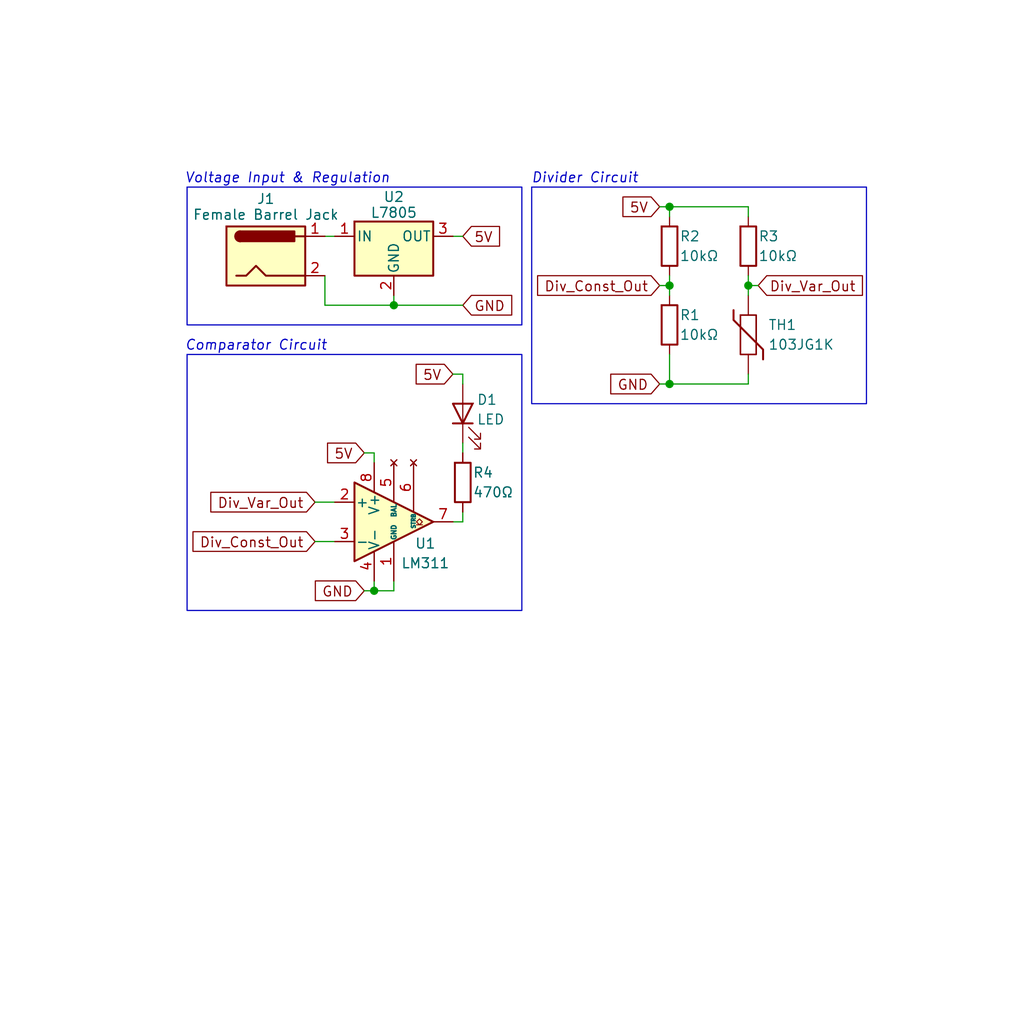
<source format=kicad_sch>
(kicad_sch (version 20231120) (generator "eeschema") (generator_version "8.0")
  (paper "User" 132.08 132.08)
  (title_block (title "Temperature Indicator - Hardware Only") (date "2024-09-14") (rev "1") (company "Nicholas Niles") (comment 2 "LED if the temperature exceeds 25°C.") (comment 3 "Using hardware only this device lights the output"))
  (lib_symbols
    (symbol "Comparator:LM311" (pin_names (offset 0.127))
      (property "Reference" "U1" (at 4.064 -2.794 0))
      (property "Value" "LM311" (at 4.064 -5.334 0))
      (symbol "LM311_0_1"
        (polyline (pts (xy 5.08 0) (xy -5.08 5.08) (xy -5.08 -5.08) (xy 5.08 0)) (stroke (width 0.254)) (fill (type background)))
        (polyline (pts (xy 3.683 -0.381) (xy 3.302 -0.381) (xy 3.683 0) (xy 3.302 0.381) (xy 2.921 0) (xy 3.302 -0.381) (xy 2.921 -0.381)) (stroke (width 0.127)))
      )
      (symbol "LM311_1_1"
        (pin passive line (at 0 -7.62 90) (length 5.08) (name "GND") (number "1"))
        (pin input line (at -7.62 2.54 0) (length 2.54) (name "+") (number "2"))
        (pin input line (at -7.62 -2.54 0) (length 2.54) (name "-") (number "3"))
        (pin power_in line (at -2.54 -7.62 90) (length 3.81) (name "V-") (number "4"))
        (pin no_connect line (at 0 7.62 270) (length 5.08) (name "BAL") (number "5"))
        (pin no_connect line (at 2.54 7.62 270) (length 6.35) (name "STRB") (number "6"))
        (pin open_collector line (at 7.62 0 180) (length 2.54) (name "~") (number "7"))
        (pin power_in line (at -2.54 7.62 270) (length 3.81) (name "V+") (number "8"))
      )
    )
    (symbol "Connector:Jack-DC" (pin_names (offset 1.016))
      (property "Reference" "J" (at 0 5.334 0))
      (property "Value" "Jack-DC" (at 0 -5.08 0))
      (symbol "Jack-DC_0_1"
        (rectangle (start -5.08 3.81) (end 5.08 -3.81) (stroke (width 0.254)) (fill (type background)))
        (arc (start -3.302 3.175) (mid -3.9343 2.54) (end -3.302 1.905) (stroke (width 0.254)))
        (arc (start -3.302 3.175) (mid -3.9343 2.54) (end -3.302 1.905) (stroke (width 0.254)) (fill (type outline)))
        (polyline (pts (xy 5.08 2.54) (xy 3.81 2.54)) (stroke (width 0.254)))
        (polyline (pts (xy -3.81 -2.54) (xy -2.54 -2.54) (xy -1.27 -1.27) (xy 0 -2.54) (xy 2.54 -2.54) (xy 5.08 -2.54)) (stroke (width 0.254)))
        (rectangle (start 3.683 3.175) (end -3.302 1.905) (stroke (width 0.254)) (fill (type outline)))
      )
      (symbol "Jack-DC_1_1"
        (pin passive line (at 7.62 2.54 180) (length 2.54) (name "~") (number "1"))
        (pin passive line (at 7.62 -2.54 180) (length 2.54) (name "~") (number "2"))
      )
    )
    (symbol "Device:LED" (pin_numbers hide) (pin_names (offset 1.016) hide)
      (property "Reference" "D" (at 0 2.54 0))
      (property "Value" "LED" (at 0 -2.54 0))
      (symbol "LED_0_1"
        (polyline (pts (xy -1.27 -1.27) (xy -1.27 1.27)) (stroke (width 0.254)))
        (polyline (pts (xy -1.27 0) (xy 1.27 0)))
        (polyline (pts (xy 1.27 -1.27) (xy 1.27 1.27) (xy -1.27 0) (xy 1.27 -1.27)) (stroke (width 0.254)))
        (polyline (pts (xy -3.048 -0.762) (xy -4.572 -2.286) (xy -3.81 -2.286) (xy -4.572 -2.286) (xy -4.572 -1.524)))
        (polyline (pts (xy -1.778 -0.762) (xy -3.302 -2.286) (xy -2.54 -2.286) (xy -3.302 -2.286) (xy -3.302 -1.524)))
      )
      (symbol "LED_1_1"
        (pin passive line (at -3.81 0 0) (length 2.54) (name "K") (number "1"))
        (pin passive line (at 3.81 0 180) (length 2.54) (name "A") (number "2"))
      )
    )
    (symbol "Device:R" (pin_numbers hide) (pin_names (offset 0))
      (property "Reference" "R" (at 2.032 0 90))
      (property "Value" "R" (at 0 0 90))
      (symbol "R_0_1"
        (rectangle (start -1.016 -2.54) (end 1.016 2.54) (stroke (width 0.254)))
      )
      (symbol "R_1_1"
        (pin passive line (at 0 3.81 270) (length 1.27) (name "~") (number "1"))
        (pin passive line (at 0 -3.81 90) (length 1.27) (name "~") (number "2"))
      )
    )
    (symbol "Device:Thermistor" (pin_numbers hide) (pin_names (offset 0))
      (property "Reference" "TH" (at 2.54 1.27 90))
      (property "Value" "Thermistor" (at -2.54 0 90))
      (symbol "Thermistor_0_1"
        (rectangle (start -1.016 2.54) (end 1.016 -2.54) (stroke (width 0.2032)))
        (polyline (pts (xy -1.905 3.175) (xy -1.905 1.905) (xy 1.905 -1.905) (xy 1.905 -3.175) (xy 1.905 -3.175)) (stroke (width 0.254)))
      )
      (symbol "Thermistor_1_1"
        (pin passive line (at 0 5.08 270) (length 2.54) (name "~") (number "1"))
        (pin passive line (at 0 -5.08 90) (length 2.54) (name "~") (number "2"))
      )
    )
    (symbol "Regulator_Linear:L7805" (pin_names (offset 0.254))
      (property "Reference" "U" (at -3.81 3.175 0))
      (property "Value" "L7805" (at 0 3.175 0))
      (symbol "L7805_0_1"
        (rectangle (start -5.08 1.905) (end 5.08 -5.08) (stroke (width 0.254)) (fill (type background)))
      )
      (symbol "L7805_1_1"
        (pin power_in line (at -7.62 0 0) (length 2.54) (name "IN") (number "1"))
        (pin power_in line (at 0 -7.62 90) (length 2.54) (name "GND") (number "2"))
        (pin power_out line (at 7.62 0 180) (length 2.54) (name "OUT") (number "3"))
      )
    )
  )
  (junction (at 96.52 36.83))
  (junction (at 86.36 49.53))
  (junction (at 86.36 26.67))
  (junction (at 50.8 39.37))
  (junction (at 86.36 36.83))
  (junction (at 48.26 76.2))
  (wire (pts (xy 58.42 48.26) (xy 59.69 48.26)))
  (wire (pts (xy 96.52 49.53) (xy 96.52 48.26)))
  (wire (pts (xy 41.91 35.56) (xy 41.91 39.37)))
  (wire (pts (xy 59.69 67.31) (xy 58.42 67.31)))
  (wire (pts (xy 50.8 74.93) (xy 50.8 76.2)))
  (wire (pts (xy 85.09 36.83) (xy 86.36 36.83)))
  (wire (pts (xy 40.64 69.85) (xy 43.18 69.85)))
  (wire (pts (xy 86.36 36.83) (xy 86.36 38.1)))
  (wire (pts (xy 58.42 30.48) (xy 59.69 30.48)))
  (wire (pts (xy 48.26 58.42) (xy 48.26 59.69)))
  (wire (pts (xy 86.36 45.72) (xy 86.36 49.53)))
  (wire (pts (xy 85.09 49.53) (xy 86.36 49.53)))
  (wire (pts (xy 96.52 35.56) (xy 96.52 36.83)))
  (wire (pts (xy 50.8 39.37) (xy 59.69 39.37)))
  (wire (pts (xy 86.36 35.56) (xy 86.36 36.83)))
  (wire (pts (xy 50.8 76.2) (xy 48.26 76.2)))
  (wire (pts (xy 96.52 27.94) (xy 96.52 26.67)))
  (wire (pts (xy 59.69 48.26) (xy 59.69 49.53)))
  (wire (pts (xy 86.36 49.53) (xy 96.52 49.53)))
  (wire (pts (xy 59.69 66.04) (xy 59.69 67.31)))
  (wire (pts (xy 48.26 74.93) (xy 48.26 76.2)))
  (wire (pts (xy 96.52 26.67) (xy 86.36 26.67)))
  (wire (pts (xy 50.8 39.37) (xy 50.8 38.1)))
  (wire (pts (xy 86.36 26.67) (xy 86.36 27.94)))
  (wire (pts (xy 96.52 36.83) (xy 96.52 38.1)))
  (wire (pts (xy 96.52 36.83) (xy 97.79 36.83)))
  (wire (pts (xy 48.26 76.2) (xy 46.99 76.2)))
  (wire (pts (xy 46.99 58.42) (xy 48.26 58.42)))
  (wire (pts (xy 41.91 30.48) (xy 43.18 30.48)))
  (wire (pts (xy 41.91 39.37) (xy 50.8 39.37)))
  (wire (pts (xy 40.64 64.77) (xy 43.18 64.77)))
  (wire (pts (xy 85.09 26.67) (xy 86.36 26.67)))
  (wire (pts (xy 59.69 57.15) (xy 59.69 58.42)))
  (rectangle (start 68.58 24.13) (end 111.76 52.07))
  (rectangle (start 24.13 45.72) (end 67.31 78.74))
  (rectangle (start 24.13 24.13) (end 67.31 41.91))
  (text "Voltage Input & Regulation" (at 37.084 23.114 0) (effects (font (size 1.27 1.27) (italic yes))))
  (text "Divider Circuit" (at 75.438 23.114 0) (effects (font (size 1.27 1.27) (italic yes))))
  (text "Comparator Circuit" (at 33.02 44.704 0) (effects (font (size 1.27 1.27) (italic yes))))
  (global_label "Div_Var_Out" (shape input) (at 40.64 64.77 180) (property "Intersheetrefs" "${INTERSHEET_REFS}" (effects (hide yes))))
  (global_label "GND" (shape input) (at 59.69 39.37 0) (property "Intersheetrefs" "${INTERSHEET_REFS}" (effects (hide yes))))
  (global_label "5V" (shape input) (at 46.99 58.42 180) (property "Intersheetrefs" "${INTERSHEET_REFS}" (effects (hide yes))))
  (global_label "Div_Const_Out" (shape input) (at 40.64 69.85 180) (property "Intersheetrefs" "${INTERSHEET_REFS}" (effects (hide yes))))
  (global_label "Div_Const_Out" (shape input) (at 85.09 36.83 180) (property "Intersheetrefs" "${INTERSHEET_REFS}" (effects (hide yes))))
  (global_label "5V" (shape input) (at 58.42 48.26 180) (property "Intersheetrefs" "${INTERSHEET_REFS}" (effects (hide yes))))
  (global_label "GND" (shape input) (at 46.99 76.2 180) (property "Intersheetrefs" "${INTERSHEET_REFS}" (effects (hide yes))))
  (global_label "5V" (shape input) (at 59.69 30.48 0) (property "Intersheetrefs" "${INTERSHEET_REFS}" (effects (hide yes))))
  (global_label "5V" (shape input) (at 85.09 26.67 180) (property "Intersheetrefs" "${INTERSHEET_REFS}" (effects (hide yes))))
  (global_label "Div_Var_Out" (shape input) (at 97.79 36.83 0) (property "Intersheetrefs" "${INTERSHEET_REFS}" (effects (hide yes))))
  (global_label "GND" (shape input) (at 85.09 49.53 180) (property "Intersheetrefs" "${INTERSHEET_REFS}" (effects (hide yes))))
  (symbol (lib_id "Device:R") (at 96.52 31.75 0) (unit 1)
    (property "Reference" "R3" (at 97.79 30.48 0) (effects (justify left)))
    (property "Value" "10kΩ" (at 97.79 33.02 0) (effects (justify left)))
    (property "Description" "Resistor" (effects (hide yes)))
  )
  (symbol (lib_id "Regulator_Linear:L7805") (at 50.8 30.48 0) (unit 1)
    (property "Reference" "U2" (at 50.8 25.4 0))
    (property "Value" "L7805" (at 50.8 27.432 0))
    (property "Datasheet" "http://www.st.com/content/ccc/resource/technical/document/datasheet/41/4f/b3/b0/12/d4/47/88/CD00000444.pdf/files/CD00000444.pdf/jcr:content/translations/en.CD00000444.pdf" (effects (hide yes)))
    (property "Description" "Positive 1.5A 35V Linear Regulator, Fixed Output 5V, TO-220/TO-263/TO-252" (effects (hide yes)))
  )
  (symbol (lib_id "Connector:Jack-DC") (at 34.29 33.02 0) (unit 1)
    (property "Reference" "J1" (at 34.29 25.654 0))
    (property "Value" "Female Barrel Jack" (at 34.29 27.686 0))
    (property "Description" "DC Barrel Jack" (effects (hide yes)))
  )
  (symbol (lib_id "Device:R") (at 86.36 41.91 0) (unit 1)
    (property "Reference" "R1" (at 87.63 40.64 0) (effects (justify left)))
    (property "Value" "10kΩ" (at 87.63 43.18 0) (effects (justify left)))
    (property "Description" "Resistor" (effects (hide yes)))
  )
  (symbol (lib_id "Device:R") (at 59.69 62.23 0) (unit 1)
    (property "Reference" "R4" (at 60.96 60.96 0) (effects (justify left)))
    (property "Value" "470Ω" (at 60.96 63.5 0) (effects (justify left)))
    (property "Description" "Resistor" (effects (hide yes)))
  )
  (symbol (lib_id "Device:LED") (at 59.69 53.34 90) (unit 1)
    (property "Reference" "D1" (at 61.468 51.562 90) (effects (justify right)))
    (property "Value" "LED" (at 61.468 54.102 90) (effects (justify right)))
    (property "Description" "Light emitting diode" (effects (hide yes)))
  )
  (symbol (lib_id "Comparator:LM311") (at 50.8 67.31 0) (unit 1)
    (property "Reference" "U1" (at 54.864 70.104 0))
    (property "Value" "LM311" (at 54.864 72.644 0))
    (property "Datasheet" "https://www.st.com/resource/en/datasheet/lm311.pdf" (effects (hide yes)))
    (property "Description" "Voltage Comparator, DIP-8/SOIC-8" (effects (hide yes)))
  )
  (symbol (lib_id "Device:Thermistor") (at 96.52 43.18 0) (unit 1)
    (property "Reference" "TH1" (at 99.06 41.91 0) (effects (justify left)))
    (property "Value" "103JG1K" (at 99.06 44.45 0) (effects (justify left)))
    (property "Description" "Temperature dependent resistor" (effects (hide yes)))
  )
  (symbol (lib_id "Device:R") (at 86.36 31.75 0) (unit 1)
    (property "Reference" "R2" (at 87.63 30.48 0) (effects (justify left)))
    (property "Value" "10kΩ" (at 87.63 33.02 0) (effects (justify left)))
    (property "Description" "Resistor" (effects (hide yes)))
  )
)
</source>
